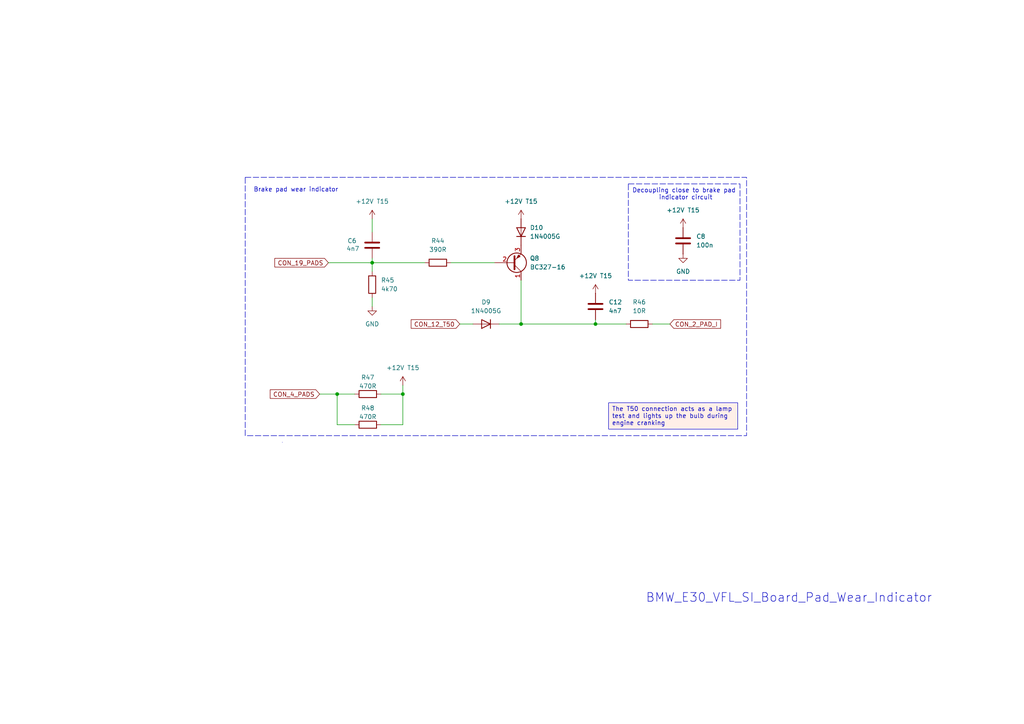
<source format=kicad_sch>
(kicad_sch
	(version 20231120)
	(generator "eeschema")
	(generator_version "8.0")
	(uuid "0aca1cae-b25b-41c5-8f81-283bd5f53ebf")
	(paper "A4")
	(title_block
		(title "BMW E30 Pre-Facelift SI Board")
		(date "2024-06-15")
		(rev "2")
	)
	(lib_symbols
		(symbol "Device:C"
			(pin_numbers hide)
			(pin_names
				(offset 0.254)
			)
			(exclude_from_sim no)
			(in_bom yes)
			(on_board yes)
			(property "Reference" "C"
				(at 0.635 2.54 0)
				(effects
					(font
						(size 1.27 1.27)
					)
					(justify left)
				)
			)
			(property "Value" "C"
				(at 0.635 -2.54 0)
				(effects
					(font
						(size 1.27 1.27)
					)
					(justify left)
				)
			)
			(property "Footprint" ""
				(at 0.9652 -3.81 0)
				(effects
					(font
						(size 1.27 1.27)
					)
					(hide yes)
				)
			)
			(property "Datasheet" "~"
				(at 0 0 0)
				(effects
					(font
						(size 1.27 1.27)
					)
					(hide yes)
				)
			)
			(property "Description" "Unpolarized capacitor"
				(at 0 0 0)
				(effects
					(font
						(size 1.27 1.27)
					)
					(hide yes)
				)
			)
			(property "ki_keywords" "cap capacitor"
				(at 0 0 0)
				(effects
					(font
						(size 1.27 1.27)
					)
					(hide yes)
				)
			)
			(property "ki_fp_filters" "C_*"
				(at 0 0 0)
				(effects
					(font
						(size 1.27 1.27)
					)
					(hide yes)
				)
			)
			(symbol "C_0_1"
				(polyline
					(pts
						(xy -2.032 -0.762) (xy 2.032 -0.762)
					)
					(stroke
						(width 0.508)
						(type default)
					)
					(fill
						(type none)
					)
				)
				(polyline
					(pts
						(xy -2.032 0.762) (xy 2.032 0.762)
					)
					(stroke
						(width 0.508)
						(type default)
					)
					(fill
						(type none)
					)
				)
			)
			(symbol "C_1_1"
				(pin passive line
					(at 0 3.81 270)
					(length 2.794)
					(name "~"
						(effects
							(font
								(size 1.27 1.27)
							)
						)
					)
					(number "1"
						(effects
							(font
								(size 1.27 1.27)
							)
						)
					)
				)
				(pin passive line
					(at 0 -3.81 90)
					(length 2.794)
					(name "~"
						(effects
							(font
								(size 1.27 1.27)
							)
						)
					)
					(number "2"
						(effects
							(font
								(size 1.27 1.27)
							)
						)
					)
				)
			)
		)
		(symbol "Device:R"
			(pin_numbers hide)
			(pin_names
				(offset 0)
			)
			(exclude_from_sim no)
			(in_bom yes)
			(on_board yes)
			(property "Reference" "R"
				(at 2.032 0 90)
				(effects
					(font
						(size 1.27 1.27)
					)
				)
			)
			(property "Value" "R"
				(at 0 0 90)
				(effects
					(font
						(size 1.27 1.27)
					)
				)
			)
			(property "Footprint" ""
				(at -1.778 0 90)
				(effects
					(font
						(size 1.27 1.27)
					)
					(hide yes)
				)
			)
			(property "Datasheet" "~"
				(at 0 0 0)
				(effects
					(font
						(size 1.27 1.27)
					)
					(hide yes)
				)
			)
			(property "Description" "Resistor"
				(at 0 0 0)
				(effects
					(font
						(size 1.27 1.27)
					)
					(hide yes)
				)
			)
			(property "ki_keywords" "R res resistor"
				(at 0 0 0)
				(effects
					(font
						(size 1.27 1.27)
					)
					(hide yes)
				)
			)
			(property "ki_fp_filters" "R_*"
				(at 0 0 0)
				(effects
					(font
						(size 1.27 1.27)
					)
					(hide yes)
				)
			)
			(symbol "R_0_1"
				(rectangle
					(start -1.016 -2.54)
					(end 1.016 2.54)
					(stroke
						(width 0.254)
						(type default)
					)
					(fill
						(type none)
					)
				)
			)
			(symbol "R_1_1"
				(pin passive line
					(at 0 3.81 270)
					(length 1.27)
					(name "~"
						(effects
							(font
								(size 1.27 1.27)
							)
						)
					)
					(number "1"
						(effects
							(font
								(size 1.27 1.27)
							)
						)
					)
				)
				(pin passive line
					(at 0 -3.81 90)
					(length 1.27)
					(name "~"
						(effects
							(font
								(size 1.27 1.27)
							)
						)
					)
					(number "2"
						(effects
							(font
								(size 1.27 1.27)
							)
						)
					)
				)
			)
		)
		(symbol "Diode:1N4005"
			(pin_numbers hide)
			(pin_names hide)
			(exclude_from_sim no)
			(in_bom yes)
			(on_board yes)
			(property "Reference" "D"
				(at 0 2.54 0)
				(effects
					(font
						(size 1.27 1.27)
					)
				)
			)
			(property "Value" "1N4005"
				(at 0 -2.54 0)
				(effects
					(font
						(size 1.27 1.27)
					)
				)
			)
			(property "Footprint" "Diode_THT:D_DO-41_SOD81_P10.16mm_Horizontal"
				(at 0 -4.445 0)
				(effects
					(font
						(size 1.27 1.27)
					)
					(hide yes)
				)
			)
			(property "Datasheet" "http://www.vishay.com/docs/88503/1n4001.pdf"
				(at 0 0 0)
				(effects
					(font
						(size 1.27 1.27)
					)
					(hide yes)
				)
			)
			(property "Description" "600V 1A General Purpose Rectifier Diode, DO-41"
				(at 0 0 0)
				(effects
					(font
						(size 1.27 1.27)
					)
					(hide yes)
				)
			)
			(property "Sim.Device" "D"
				(at 0 0 0)
				(effects
					(font
						(size 1.27 1.27)
					)
					(hide yes)
				)
			)
			(property "Sim.Pins" "1=K 2=A"
				(at 0 0 0)
				(effects
					(font
						(size 1.27 1.27)
					)
					(hide yes)
				)
			)
			(property "ki_keywords" "diode"
				(at 0 0 0)
				(effects
					(font
						(size 1.27 1.27)
					)
					(hide yes)
				)
			)
			(property "ki_fp_filters" "D*DO?41*"
				(at 0 0 0)
				(effects
					(font
						(size 1.27 1.27)
					)
					(hide yes)
				)
			)
			(symbol "1N4005_0_1"
				(polyline
					(pts
						(xy -1.27 1.27) (xy -1.27 -1.27)
					)
					(stroke
						(width 0.254)
						(type default)
					)
					(fill
						(type none)
					)
				)
				(polyline
					(pts
						(xy 1.27 0) (xy -1.27 0)
					)
					(stroke
						(width 0)
						(type default)
					)
					(fill
						(type none)
					)
				)
				(polyline
					(pts
						(xy 1.27 1.27) (xy 1.27 -1.27) (xy -1.27 0) (xy 1.27 1.27)
					)
					(stroke
						(width 0.254)
						(type default)
					)
					(fill
						(type none)
					)
				)
			)
			(symbol "1N4005_1_1"
				(pin passive line
					(at -3.81 0 0)
					(length 2.54)
					(name "K"
						(effects
							(font
								(size 1.27 1.27)
							)
						)
					)
					(number "1"
						(effects
							(font
								(size 1.27 1.27)
							)
						)
					)
				)
				(pin passive line
					(at 3.81 0 180)
					(length 2.54)
					(name "A"
						(effects
							(font
								(size 1.27 1.27)
							)
						)
					)
					(number "2"
						(effects
							(font
								(size 1.27 1.27)
							)
						)
					)
				)
			)
		)
		(symbol "Transistor_BJT:BC327"
			(pin_names
				(offset 0) hide)
			(exclude_from_sim no)
			(in_bom yes)
			(on_board yes)
			(property "Reference" "Q"
				(at 5.08 1.905 0)
				(effects
					(font
						(size 1.27 1.27)
					)
					(justify left)
				)
			)
			(property "Value" "BC327"
				(at 5.08 0 0)
				(effects
					(font
						(size 1.27 1.27)
					)
					(justify left)
				)
			)
			(property "Footprint" "Package_TO_SOT_THT:TO-92_Inline"
				(at 5.08 -1.905 0)
				(effects
					(font
						(size 1.27 1.27)
						(italic yes)
					)
					(justify left)
					(hide yes)
				)
			)
			(property "Datasheet" "http://www.onsemi.com/pub_link/Collateral/BC327-D.PDF"
				(at 0 0 0)
				(effects
					(font
						(size 1.27 1.27)
					)
					(justify left)
					(hide yes)
				)
			)
			(property "Description" "0.8A Ic, 45V Vce, PNP Transistor, TO-92"
				(at 0 0 0)
				(effects
					(font
						(size 1.27 1.27)
					)
					(hide yes)
				)
			)
			(property "ki_keywords" "PNP Transistor"
				(at 0 0 0)
				(effects
					(font
						(size 1.27 1.27)
					)
					(hide yes)
				)
			)
			(property "ki_fp_filters" "TO?92*"
				(at 0 0 0)
				(effects
					(font
						(size 1.27 1.27)
					)
					(hide yes)
				)
			)
			(symbol "BC327_0_1"
				(polyline
					(pts
						(xy 0.635 0.635) (xy 2.54 2.54)
					)
					(stroke
						(width 0)
						(type default)
					)
					(fill
						(type none)
					)
				)
				(polyline
					(pts
						(xy 0.635 -0.635) (xy 2.54 -2.54) (xy 2.54 -2.54)
					)
					(stroke
						(width 0)
						(type default)
					)
					(fill
						(type none)
					)
				)
				(polyline
					(pts
						(xy 0.635 1.905) (xy 0.635 -1.905) (xy 0.635 -1.905)
					)
					(stroke
						(width 0.508)
						(type default)
					)
					(fill
						(type none)
					)
				)
				(polyline
					(pts
						(xy 2.286 -1.778) (xy 1.778 -2.286) (xy 1.27 -1.27) (xy 2.286 -1.778) (xy 2.286 -1.778)
					)
					(stroke
						(width 0)
						(type default)
					)
					(fill
						(type outline)
					)
				)
				(circle
					(center 1.27 0)
					(radius 2.8194)
					(stroke
						(width 0.254)
						(type default)
					)
					(fill
						(type none)
					)
				)
			)
			(symbol "BC327_1_1"
				(pin passive line
					(at 2.54 5.08 270)
					(length 2.54)
					(name "C"
						(effects
							(font
								(size 1.27 1.27)
							)
						)
					)
					(number "1"
						(effects
							(font
								(size 1.27 1.27)
							)
						)
					)
				)
				(pin input line
					(at -5.08 0 0)
					(length 5.715)
					(name "B"
						(effects
							(font
								(size 1.27 1.27)
							)
						)
					)
					(number "2"
						(effects
							(font
								(size 1.27 1.27)
							)
						)
					)
				)
				(pin passive line
					(at 2.54 -5.08 90)
					(length 2.54)
					(name "E"
						(effects
							(font
								(size 1.27 1.27)
							)
						)
					)
					(number "3"
						(effects
							(font
								(size 1.27 1.27)
							)
						)
					)
				)
			)
		)
		(symbol "power:+12V"
			(power)
			(pin_numbers hide)
			(pin_names
				(offset 0) hide)
			(exclude_from_sim no)
			(in_bom yes)
			(on_board yes)
			(property "Reference" "#PWR"
				(at 0 -3.81 0)
				(effects
					(font
						(size 1.27 1.27)
					)
					(hide yes)
				)
			)
			(property "Value" "+12V"
				(at 0 3.556 0)
				(effects
					(font
						(size 1.27 1.27)
					)
				)
			)
			(property "Footprint" ""
				(at 0 0 0)
				(effects
					(font
						(size 1.27 1.27)
					)
					(hide yes)
				)
			)
			(property "Datasheet" ""
				(at 0 0 0)
				(effects
					(font
						(size 1.27 1.27)
					)
					(hide yes)
				)
			)
			(property "Description" "Power symbol creates a global label with name \"+12V\""
				(at 0 0 0)
				(effects
					(font
						(size 1.27 1.27)
					)
					(hide yes)
				)
			)
			(property "ki_keywords" "global power"
				(at 0 0 0)
				(effects
					(font
						(size 1.27 1.27)
					)
					(hide yes)
				)
			)
			(symbol "+12V_0_1"
				(polyline
					(pts
						(xy -0.762 1.27) (xy 0 2.54)
					)
					(stroke
						(width 0)
						(type default)
					)
					(fill
						(type none)
					)
				)
				(polyline
					(pts
						(xy 0 0) (xy 0 2.54)
					)
					(stroke
						(width 0)
						(type default)
					)
					(fill
						(type none)
					)
				)
				(polyline
					(pts
						(xy 0 2.54) (xy 0.762 1.27)
					)
					(stroke
						(width 0)
						(type default)
					)
					(fill
						(type none)
					)
				)
			)
			(symbol "+12V_1_1"
				(pin power_in line
					(at 0 0 90)
					(length 0)
					(name "~"
						(effects
							(font
								(size 1.27 1.27)
							)
						)
					)
					(number "1"
						(effects
							(font
								(size 1.27 1.27)
							)
						)
					)
				)
			)
		)
		(symbol "power:GND"
			(power)
			(pin_numbers hide)
			(pin_names
				(offset 0) hide)
			(exclude_from_sim no)
			(in_bom yes)
			(on_board yes)
			(property "Reference" "#PWR"
				(at 0 -6.35 0)
				(effects
					(font
						(size 1.27 1.27)
					)
					(hide yes)
				)
			)
			(property "Value" "GND"
				(at 0 -3.81 0)
				(effects
					(font
						(size 1.27 1.27)
					)
				)
			)
			(property "Footprint" ""
				(at 0 0 0)
				(effects
					(font
						(size 1.27 1.27)
					)
					(hide yes)
				)
			)
			(property "Datasheet" ""
				(at 0 0 0)
				(effects
					(font
						(size 1.27 1.27)
					)
					(hide yes)
				)
			)
			(property "Description" "Power symbol creates a global label with name \"GND\" , ground"
				(at 0 0 0)
				(effects
					(font
						(size 1.27 1.27)
					)
					(hide yes)
				)
			)
			(property "ki_keywords" "global power"
				(at 0 0 0)
				(effects
					(font
						(size 1.27 1.27)
					)
					(hide yes)
				)
			)
			(symbol "GND_0_1"
				(polyline
					(pts
						(xy 0 0) (xy 0 -1.27) (xy 1.27 -1.27) (xy 0 -2.54) (xy -1.27 -1.27) (xy 0 -1.27)
					)
					(stroke
						(width 0)
						(type default)
					)
					(fill
						(type none)
					)
				)
			)
			(symbol "GND_1_1"
				(pin power_in line
					(at 0 0 270)
					(length 0)
					(name "~"
						(effects
							(font
								(size 1.27 1.27)
							)
						)
					)
					(number "1"
						(effects
							(font
								(size 1.27 1.27)
							)
						)
					)
				)
			)
		)
	)
	(junction
		(at 151.13 93.98)
		(diameter 0)
		(color 0 0 0 0)
		(uuid "026eeb42-80f3-4c8c-9730-ac527f1b8d34")
	)
	(junction
		(at 97.79 114.3)
		(diameter 0)
		(color 0 0 0 0)
		(uuid "151acea0-a351-4986-890b-7fa28b9a6a60")
	)
	(junction
		(at 107.95 76.2)
		(diameter 0)
		(color 0 0 0 0)
		(uuid "2d25110b-4997-4837-82f7-6ea1a8071e2d")
	)
	(junction
		(at 172.72 93.98)
		(diameter 0)
		(color 0 0 0 0)
		(uuid "557b9f14-02af-4917-b4d4-1cf3ead75008")
	)
	(junction
		(at 116.84 114.3)
		(diameter 0)
		(color 0 0 0 0)
		(uuid "e4276765-9f87-44f3-922a-277f9a32ad6e")
	)
	(wire
		(pts
			(xy 172.72 93.98) (xy 181.61 93.98)
		)
		(stroke
			(width 0)
			(type default)
		)
		(uuid "01ed73d1-29d4-4581-a7b9-fc7011e75099")
	)
	(wire
		(pts
			(xy 110.49 123.19) (xy 116.84 123.19)
		)
		(stroke
			(width 0)
			(type default)
		)
		(uuid "05a39c9c-2811-462a-a379-7fd0415ef58a")
	)
	(wire
		(pts
			(xy 189.23 93.98) (xy 194.31 93.98)
		)
		(stroke
			(width 0)
			(type default)
		)
		(uuid "063d60af-f902-4b64-af16-42999728cf48")
	)
	(wire
		(pts
			(xy 107.95 76.2) (xy 107.95 74.93)
		)
		(stroke
			(width 0)
			(type default)
		)
		(uuid "06db17ea-3b4a-46e0-9bc2-85e82c546d30")
	)
	(wire
		(pts
			(xy 95.25 76.2) (xy 107.95 76.2)
		)
		(stroke
			(width 0)
			(type default)
		)
		(uuid "20255e2c-32d7-45c6-bd50-ddf174db36fe")
	)
	(wire
		(pts
			(xy 97.79 114.3) (xy 102.87 114.3)
		)
		(stroke
			(width 0)
			(type default)
		)
		(uuid "22ef74d4-8a64-446e-9d02-75972a02382e")
	)
	(wire
		(pts
			(xy 116.84 114.3) (xy 116.84 111.76)
		)
		(stroke
			(width 0)
			(type default)
		)
		(uuid "26c797d2-0ddc-49cf-b36f-d0625853559e")
	)
	(wire
		(pts
			(xy 107.95 76.2) (xy 123.19 76.2)
		)
		(stroke
			(width 0)
			(type default)
		)
		(uuid "2ef5669f-4a9f-46b8-bdc0-cb33b2b9d659")
	)
	(wire
		(pts
			(xy 151.13 81.28) (xy 151.13 93.98)
		)
		(stroke
			(width 0)
			(type default)
		)
		(uuid "3f5f9274-f774-41c4-a6ba-0c6060e6d7ea")
	)
	(wire
		(pts
			(xy 97.79 114.3) (xy 97.79 123.19)
		)
		(stroke
			(width 0)
			(type default)
		)
		(uuid "493f4482-245e-480a-856f-7de926aefd77")
	)
	(wire
		(pts
			(xy 116.84 123.19) (xy 116.84 114.3)
		)
		(stroke
			(width 0)
			(type default)
		)
		(uuid "5046f822-76ec-43a2-825d-377359df51f6")
	)
	(wire
		(pts
			(xy 144.78 93.98) (xy 151.13 93.98)
		)
		(stroke
			(width 0)
			(type default)
		)
		(uuid "63d5ef55-5979-4791-a344-a3deec7e1d68")
	)
	(wire
		(pts
			(xy 107.95 76.2) (xy 107.95 78.74)
		)
		(stroke
			(width 0)
			(type default)
		)
		(uuid "7051c20a-6a57-4585-9085-b79d60e9d903")
	)
	(wire
		(pts
			(xy 110.49 114.3) (xy 116.84 114.3)
		)
		(stroke
			(width 0)
			(type default)
		)
		(uuid "71d1c85e-a006-46eb-acb5-9e52027c2923")
	)
	(wire
		(pts
			(xy 97.79 114.3) (xy 92.71 114.3)
		)
		(stroke
			(width 0)
			(type default)
		)
		(uuid "85afff52-6bc8-46ba-917d-d0aea6c324b3")
	)
	(wire
		(pts
			(xy 151.13 93.98) (xy 172.72 93.98)
		)
		(stroke
			(width 0)
			(type default)
		)
		(uuid "949735f6-ba20-4006-ad7d-cd0f2f7cb504")
	)
	(wire
		(pts
			(xy 172.72 92.71) (xy 172.72 93.98)
		)
		(stroke
			(width 0)
			(type default)
		)
		(uuid "9fef201f-aace-4f5a-9839-c9bc710fb41f")
	)
	(wire
		(pts
			(xy 107.95 67.31) (xy 107.95 63.5)
		)
		(stroke
			(width 0)
			(type default)
		)
		(uuid "a0cdb047-f3e0-408c-83eb-1b9c9dcad87a")
	)
	(wire
		(pts
			(xy 130.81 76.2) (xy 143.51 76.2)
		)
		(stroke
			(width 0)
			(type default)
		)
		(uuid "ad9013bb-b32e-4437-af0b-80689694d384")
	)
	(wire
		(pts
			(xy 133.35 93.98) (xy 137.16 93.98)
		)
		(stroke
			(width 0)
			(type default)
		)
		(uuid "cc5d3a57-4dc3-4b3e-8739-ba447c880104")
	)
	(wire
		(pts
			(xy 107.95 86.36) (xy 107.95 88.9)
		)
		(stroke
			(width 0)
			(type default)
		)
		(uuid "cf9b7a64-0530-45cf-983f-940f0ca87793")
	)
	(wire
		(pts
			(xy 97.79 123.19) (xy 102.87 123.19)
		)
		(stroke
			(width 0)
			(type default)
		)
		(uuid "dcbabc6c-dc00-4822-98f2-4c36df13a951")
	)
	(rectangle
		(start 182.245 53.34)
		(end 214.63 81.28)
		(stroke
			(width 0)
			(type dash)
		)
		(fill
			(type none)
		)
		(uuid 31a30267-b363-4883-9154-a383f7ac663f)
	)
	(rectangle
		(start 81.915 128.27)
		(end 81.915 128.27)
		(stroke
			(width 0)
			(type default)
		)
		(fill
			(type none)
		)
		(uuid 5682fd66-a99c-4020-9356-c58ab2f9f7be)
	)
	(rectangle
		(start 71.12 51.435)
		(end 216.535 126.365)
		(stroke
			(width 0)
			(type dash)
		)
		(fill
			(type none)
		)
		(uuid 817e03ac-7b21-446f-a89e-8e88791bf662)
	)
	(text_box "The T50 connection acts as a lamp test and lights up the bulb during engine cranking"
		(exclude_from_sim no)
		(at 176.53 116.84 0)
		(size 37.465 7.62)
		(stroke
			(width 0)
			(type default)
		)
		(fill
			(type color)
			(color 255 239 232 1)
		)
		(effects
			(font
				(size 1.27 1.27)
			)
			(justify left top)
		)
		(uuid "de69d039-4967-44ee-944f-bc85916e0f76")
	)
	(text "BMW_E30_VFL_SI_Board_Pad_Wear_Indicator"
		(exclude_from_sim no)
		(at 228.854 173.482 0)
		(effects
			(font
				(size 2.54 2.54)
			)
		)
		(uuid "4adc95d5-1554-42c1-b2e7-549b0b467232")
	)
	(text "Brake pad wear indicator"
		(exclude_from_sim no)
		(at 85.852 55.118 0)
		(effects
			(font
				(size 1.27 1.27)
			)
		)
		(uuid "9060bdef-6818-48ba-a7e4-932b4c64f64e")
	)
	(text "Decoupling close to brake pad \nindicator circuit"
		(exclude_from_sim no)
		(at 198.882 56.388 0)
		(effects
			(font
				(size 1.27 1.27)
			)
		)
		(uuid "a64a4091-36a2-4ac9-a836-bc4c1b2d37d4")
	)
	(global_label "CON_2_PAD_I"
		(shape input)
		(at 194.31 93.98 0)
		(fields_autoplaced yes)
		(effects
			(font
				(size 1.27 1.27)
			)
			(justify left)
		)
		(uuid "02740e25-da00-4f6a-9d60-eaefa2a9bff3")
		(property "Intersheetrefs" "${INTERSHEET_REFS}"
			(at 209.5719 93.98 0)
			(effects
				(font
					(size 1.27 1.27)
				)
				(justify left)
				(hide yes)
			)
		)
	)
	(global_label "CON_4_PADS"
		(shape input)
		(at 92.71 114.3 180)
		(fields_autoplaced yes)
		(effects
			(font
				(size 1.27 1.27)
			)
			(justify right)
		)
		(uuid "a681f6b8-4f60-4f3c-8aff-d82be0391a4c")
		(property "Intersheetrefs" "${INTERSHEET_REFS}"
			(at 77.811 114.3 0)
			(effects
				(font
					(size 1.27 1.27)
				)
				(justify right)
				(hide yes)
			)
		)
	)
	(global_label "CON_12_T50"
		(shape input)
		(at 133.35 93.98 180)
		(fields_autoplaced yes)
		(effects
			(font
				(size 1.27 1.27)
			)
			(justify right)
		)
		(uuid "d84e3cb8-9861-4d8a-bdac-a6c8faa6c06e")
		(property "Intersheetrefs" "${INTERSHEET_REFS}"
			(at 118.693 93.98 0)
			(effects
				(font
					(size 1.27 1.27)
				)
				(justify right)
				(hide yes)
			)
		)
	)
	(global_label "CON_19_PADS"
		(shape input)
		(at 95.25 76.2 180)
		(fields_autoplaced yes)
		(effects
			(font
				(size 1.27 1.27)
			)
			(justify right)
		)
		(uuid "d8d4e3f2-c403-4f1a-a162-fabe57c38ab7")
		(property "Intersheetrefs" "${INTERSHEET_REFS}"
			(at 79.1415 76.2 0)
			(effects
				(font
					(size 1.27 1.27)
				)
				(justify right)
				(hide yes)
			)
		)
	)
	(symbol
		(lib_id "power:+12V")
		(at 116.84 111.76 0)
		(unit 1)
		(exclude_from_sim no)
		(in_bom yes)
		(on_board yes)
		(dnp no)
		(fields_autoplaced yes)
		(uuid "0849b647-c4cb-40eb-af57-23633d876e25")
		(property "Reference" "#PWR036"
			(at 116.84 115.57 0)
			(effects
				(font
					(size 1.27 1.27)
				)
				(hide yes)
			)
		)
		(property "Value" "+12V T15"
			(at 116.84 106.68 0)
			(effects
				(font
					(size 1.27 1.27)
				)
			)
		)
		(property "Footprint" ""
			(at 116.84 111.76 0)
			(effects
				(font
					(size 1.27 1.27)
				)
				(hide yes)
			)
		)
		(property "Datasheet" ""
			(at 116.84 111.76 0)
			(effects
				(font
					(size 1.27 1.27)
				)
				(hide yes)
			)
		)
		(property "Description" "Power symbol creates a global label with name \"+12V\""
			(at 116.84 111.76 0)
			(effects
				(font
					(size 1.27 1.27)
				)
				(hide yes)
			)
		)
		(pin "1"
			(uuid "fea53f85-cd1e-4356-a1a1-7140ee5e7593")
		)
		(instances
			(project "BMW E30 VFL SI Board V3"
				(path "/b9f8b657-f23f-4f46-b33b-c9c07ea00dca/06cb897c-0efb-438a-95e3-30e073586624"
					(reference "#PWR036")
					(unit 1)
				)
			)
		)
	)
	(symbol
		(lib_id "power:+12V")
		(at 198.12 66.04 0)
		(unit 1)
		(exclude_from_sim no)
		(in_bom yes)
		(on_board yes)
		(dnp no)
		(fields_autoplaced yes)
		(uuid "20c7fd1b-05cf-491b-ae20-2a0310540594")
		(property "Reference" "#PWR040"
			(at 198.12 69.85 0)
			(effects
				(font
					(size 1.27 1.27)
				)
				(hide yes)
			)
		)
		(property "Value" "+12V T15"
			(at 198.12 60.96 0)
			(effects
				(font
					(size 1.27 1.27)
				)
			)
		)
		(property "Footprint" ""
			(at 198.12 66.04 0)
			(effects
				(font
					(size 1.27 1.27)
				)
				(hide yes)
			)
		)
		(property "Datasheet" ""
			(at 198.12 66.04 0)
			(effects
				(font
					(size 1.27 1.27)
				)
				(hide yes)
			)
		)
		(property "Description" "Power symbol creates a global label with name \"+12V\""
			(at 198.12 66.04 0)
			(effects
				(font
					(size 1.27 1.27)
				)
				(hide yes)
			)
		)
		(pin "1"
			(uuid "ea8a9fba-beea-4319-91ec-cf2b71711c76")
		)
		(instances
			(project "BMW E30 VFL SI Board V3"
				(path "/b9f8b657-f23f-4f46-b33b-c9c07ea00dca/06cb897c-0efb-438a-95e3-30e073586624"
					(reference "#PWR040")
					(unit 1)
				)
			)
		)
	)
	(symbol
		(lib_id "power:+12V")
		(at 172.72 85.09 0)
		(unit 1)
		(exclude_from_sim no)
		(in_bom yes)
		(on_board yes)
		(dnp no)
		(fields_autoplaced yes)
		(uuid "26c4b366-3cbd-4006-bb60-7b3d16bb9080")
		(property "Reference" "#PWR039"
			(at 172.72 88.9 0)
			(effects
				(font
					(size 1.27 1.27)
				)
				(hide yes)
			)
		)
		(property "Value" "+12V T15"
			(at 172.72 80.01 0)
			(effects
				(font
					(size 1.27 1.27)
				)
			)
		)
		(property "Footprint" ""
			(at 172.72 85.09 0)
			(effects
				(font
					(size 1.27 1.27)
				)
				(hide yes)
			)
		)
		(property "Datasheet" ""
			(at 172.72 85.09 0)
			(effects
				(font
					(size 1.27 1.27)
				)
				(hide yes)
			)
		)
		(property "Description" "Power symbol creates a global label with name \"+12V\""
			(at 172.72 85.09 0)
			(effects
				(font
					(size 1.27 1.27)
				)
				(hide yes)
			)
		)
		(pin "1"
			(uuid "bd82e072-a4e0-4d10-a99b-9015a986383a")
		)
		(instances
			(project "BMW E30 VFL SI Board V3"
				(path "/b9f8b657-f23f-4f46-b33b-c9c07ea00dca/06cb897c-0efb-438a-95e3-30e073586624"
					(reference "#PWR039")
					(unit 1)
				)
			)
		)
	)
	(symbol
		(lib_id "power:GND")
		(at 107.95 88.9 0)
		(unit 1)
		(exclude_from_sim no)
		(in_bom yes)
		(on_board yes)
		(dnp no)
		(fields_autoplaced yes)
		(uuid "2c4eeafb-3a9d-491e-9e0f-30036086737d")
		(property "Reference" "#PWR013"
			(at 107.95 95.25 0)
			(effects
				(font
					(size 1.27 1.27)
				)
				(hide yes)
			)
		)
		(property "Value" "GND"
			(at 107.95 93.98 0)
			(effects
				(font
					(size 1.27 1.27)
				)
			)
		)
		(property "Footprint" ""
			(at 107.95 88.9 0)
			(effects
				(font
					(size 1.27 1.27)
				)
				(hide yes)
			)
		)
		(property "Datasheet" ""
			(at 107.95 88.9 0)
			(effects
				(font
					(size 1.27 1.27)
				)
				(hide yes)
			)
		)
		(property "Description" "Power symbol creates a global label with name \"GND\" , ground"
			(at 107.95 88.9 0)
			(effects
				(font
					(size 1.27 1.27)
				)
				(hide yes)
			)
		)
		(pin "1"
			(uuid "e6aef076-0569-4c63-ba3d-2ce58c719de8")
		)
		(instances
			(project "BMW E30 VFL SI Board V3"
				(path "/b9f8b657-f23f-4f46-b33b-c9c07ea00dca/06cb897c-0efb-438a-95e3-30e073586624"
					(reference "#PWR013")
					(unit 1)
				)
			)
		)
	)
	(symbol
		(lib_id "Device:R")
		(at 185.42 93.98 270)
		(unit 1)
		(exclude_from_sim no)
		(in_bom yes)
		(on_board yes)
		(dnp no)
		(fields_autoplaced yes)
		(uuid "43a58189-1e43-4520-8cae-2f63cea7fa83")
		(property "Reference" "R46"
			(at 185.42 87.63 90)
			(effects
				(font
					(size 1.27 1.27)
				)
			)
		)
		(property "Value" "10R"
			(at 185.42 90.17 90)
			(effects
				(font
					(size 1.27 1.27)
				)
			)
		)
		(property "Footprint" "Footprint_Library_Custom:R_Axial_DIN0207_L6.3mm_D2.5mm_P10.16mm_Horizontal"
			(at 185.42 92.202 90)
			(effects
				(font
					(size 1.27 1.27)
				)
				(hide yes)
			)
		)
		(property "Datasheet" "~"
			(at 185.42 93.98 0)
			(effects
				(font
					(size 1.27 1.27)
				)
				(hide yes)
			)
		)
		(property "Description" "Resistor"
			(at 185.42 93.98 0)
			(effects
				(font
					(size 1.27 1.27)
				)
				(hide yes)
			)
		)
		(pin "2"
			(uuid "8dff99f5-516d-4717-b1a7-e59fea4e029b")
		)
		(pin "1"
			(uuid "2c2b7ee9-1078-4158-b3f8-207c248fae30")
		)
		(instances
			(project "BMW E30 VFL SI Board V3"
				(path "/b9f8b657-f23f-4f46-b33b-c9c07ea00dca/06cb897c-0efb-438a-95e3-30e073586624"
					(reference "R46")
					(unit 1)
				)
			)
		)
	)
	(symbol
		(lib_id "Device:R")
		(at 106.68 123.19 90)
		(unit 1)
		(exclude_from_sim no)
		(in_bom yes)
		(on_board yes)
		(dnp no)
		(uuid "67e15556-a7f8-433a-88f1-0e2ab3e30df3")
		(property "Reference" "R48"
			(at 106.68 118.364 90)
			(effects
				(font
					(size 1.27 1.27)
				)
			)
		)
		(property "Value" "470R"
			(at 106.68 120.904 90)
			(effects
				(font
					(size 1.27 1.27)
				)
			)
		)
		(property "Footprint" "Footprint_Library_Custom:R_Axial_DIN0309_L9.0mm_D3.2mm_P15.24mm_Horizontal"
			(at 106.68 124.968 90)
			(effects
				(font
					(size 1.27 1.27)
				)
				(hide yes)
			)
		)
		(property "Datasheet" "~"
			(at 106.68 123.19 0)
			(effects
				(font
					(size 1.27 1.27)
				)
				(hide yes)
			)
		)
		(property "Description" "Resistor"
			(at 106.68 123.19 0)
			(effects
				(font
					(size 1.27 1.27)
				)
				(hide yes)
			)
		)
		(pin "2"
			(uuid "cdf1089a-1302-4654-a8f9-67dd30027b2e")
		)
		(pin "1"
			(uuid "551156e4-75c1-45c2-8a68-73fbac547df5")
		)
		(instances
			(project "BMW E30 VFL SI Board V3"
				(path "/b9f8b657-f23f-4f46-b33b-c9c07ea00dca/06cb897c-0efb-438a-95e3-30e073586624"
					(reference "R48")
					(unit 1)
				)
			)
		)
	)
	(symbol
		(lib_id "Device:R")
		(at 127 76.2 270)
		(unit 1)
		(exclude_from_sim no)
		(in_bom yes)
		(on_board yes)
		(dnp no)
		(fields_autoplaced yes)
		(uuid "72d2ff4d-9cab-4bc9-ab9a-27a3298a982a")
		(property "Reference" "R44"
			(at 127 69.85 90)
			(effects
				(font
					(size 1.27 1.27)
				)
			)
		)
		(property "Value" "390R"
			(at 127 72.39 90)
			(effects
				(font
					(size 1.27 1.27)
				)
			)
		)
		(property "Footprint" "Footprint_Library_Custom:R_Axial_DIN0309_L9.0mm_D3.2mm_P15.24mm_Horizontal"
			(at 127 74.422 90)
			(effects
				(font
					(size 1.27 1.27)
				)
				(hide yes)
			)
		)
		(property "Datasheet" "~"
			(at 127 76.2 0)
			(effects
				(font
					(size 1.27 1.27)
				)
				(hide yes)
			)
		)
		(property "Description" "Resistor"
			(at 127 76.2 0)
			(effects
				(font
					(size 1.27 1.27)
				)
				(hide yes)
			)
		)
		(pin "2"
			(uuid "ebf7faca-924e-46f8-b53b-4f66e0f13e96")
		)
		(pin "1"
			(uuid "37a57ee6-70b6-419d-9f7b-e52e2dcf919b")
		)
		(instances
			(project "BMW E30 VFL SI Board V3"
				(path "/b9f8b657-f23f-4f46-b33b-c9c07ea00dca/06cb897c-0efb-438a-95e3-30e073586624"
					(reference "R44")
					(unit 1)
				)
			)
		)
	)
	(symbol
		(lib_id "power:+12V")
		(at 151.13 63.5 0)
		(unit 1)
		(exclude_from_sim no)
		(in_bom yes)
		(on_board yes)
		(dnp no)
		(fields_autoplaced yes)
		(uuid "76a95287-f563-422a-a853-91de62dc3916")
		(property "Reference" "#PWR038"
			(at 151.13 67.31 0)
			(effects
				(font
					(size 1.27 1.27)
				)
				(hide yes)
			)
		)
		(property "Value" "+12V T15"
			(at 151.13 58.42 0)
			(effects
				(font
					(size 1.27 1.27)
				)
			)
		)
		(property "Footprint" ""
			(at 151.13 63.5 0)
			(effects
				(font
					(size 1.27 1.27)
				)
				(hide yes)
			)
		)
		(property "Datasheet" ""
			(at 151.13 63.5 0)
			(effects
				(font
					(size 1.27 1.27)
				)
				(hide yes)
			)
		)
		(property "Description" "Power symbol creates a global label with name \"+12V\""
			(at 151.13 63.5 0)
			(effects
				(font
					(size 1.27 1.27)
				)
				(hide yes)
			)
		)
		(pin "1"
			(uuid "304fa1d9-7e6d-4b7e-a8dd-05f2e1a07fbc")
		)
		(instances
			(project "BMW E30 VFL SI Board V3"
				(path "/b9f8b657-f23f-4f46-b33b-c9c07ea00dca/06cb897c-0efb-438a-95e3-30e073586624"
					(reference "#PWR038")
					(unit 1)
				)
			)
		)
	)
	(symbol
		(lib_id "Device:R")
		(at 107.95 82.55 0)
		(unit 1)
		(exclude_from_sim no)
		(in_bom yes)
		(on_board yes)
		(dnp no)
		(fields_autoplaced yes)
		(uuid "8a52050b-286a-48eb-a004-ea1d9df032b0")
		(property "Reference" "R45"
			(at 110.49 81.2799 0)
			(effects
				(font
					(size 1.27 1.27)
				)
				(justify left)
			)
		)
		(property "Value" "4k70"
			(at 110.49 83.8199 0)
			(effects
				(font
					(size 1.27 1.27)
				)
				(justify left)
			)
		)
		(property "Footprint" "Footprint_Library_Custom:R_Axial_DIN0207_L6.3mm_D2.5mm_P10.16mm_Horizontal"
			(at 106.172 82.55 90)
			(effects
				(font
					(size 1.27 1.27)
				)
				(hide yes)
			)
		)
		(property "Datasheet" "~"
			(at 107.95 82.55 0)
			(effects
				(font
					(size 1.27 1.27)
				)
				(hide yes)
			)
		)
		(property "Description" "Resistor"
			(at 107.95 82.55 0)
			(effects
				(font
					(size 1.27 1.27)
				)
				(hide yes)
			)
		)
		(pin "2"
			(uuid "0da6ac04-31cb-46c4-ac98-52d04de4fd78")
		)
		(pin "1"
			(uuid "ed04ca6d-0ae9-4198-9a4e-103e8cdb8aaf")
		)
		(instances
			(project "BMW E30 VFL SI Board V3"
				(path "/b9f8b657-f23f-4f46-b33b-c9c07ea00dca/06cb897c-0efb-438a-95e3-30e073586624"
					(reference "R45")
					(unit 1)
				)
			)
		)
	)
	(symbol
		(lib_id "Device:C")
		(at 172.72 88.9 180)
		(unit 1)
		(exclude_from_sim no)
		(in_bom yes)
		(on_board yes)
		(dnp no)
		(fields_autoplaced yes)
		(uuid "9242b354-e570-45e2-a1b9-1d33f09ee139")
		(property "Reference" "C12"
			(at 176.53 87.6299 0)
			(effects
				(font
					(size 1.27 1.27)
				)
				(justify right)
			)
		)
		(property "Value" "4n7"
			(at 176.53 90.1699 0)
			(effects
				(font
					(size 1.27 1.27)
				)
				(justify right)
			)
		)
		(property "Footprint" "Capacitor_THT:C_Disc_D8.0mm_W2.5mm_P5.00mm"
			(at 171.7548 85.09 0)
			(effects
				(font
					(size 1.27 1.27)
				)
				(hide yes)
			)
		)
		(property "Datasheet" "~"
			(at 172.72 88.9 0)
			(effects
				(font
					(size 1.27 1.27)
				)
				(hide yes)
			)
		)
		(property "Description" "Unpolarized capacitor"
			(at 172.72 88.9 0)
			(effects
				(font
					(size 1.27 1.27)
				)
				(hide yes)
			)
		)
		(pin "2"
			(uuid "9b0c79a4-f980-45ae-9296-58ddf7e5edb0")
		)
		(pin "1"
			(uuid "1ffbb35f-c66d-4c69-9359-61b3318ad826")
		)
		(instances
			(project "BMW E30 VFL SI Board V3"
				(path "/b9f8b657-f23f-4f46-b33b-c9c07ea00dca/06cb897c-0efb-438a-95e3-30e073586624"
					(reference "C12")
					(unit 1)
				)
			)
		)
	)
	(symbol
		(lib_id "Device:R")
		(at 106.68 114.3 90)
		(unit 1)
		(exclude_from_sim no)
		(in_bom yes)
		(on_board yes)
		(dnp no)
		(uuid "988217eb-726c-457f-8175-3cba9eec3940")
		(property "Reference" "R47"
			(at 106.68 109.474 90)
			(effects
				(font
					(size 1.27 1.27)
				)
			)
		)
		(property "Value" "470R"
			(at 106.68 112.014 90)
			(effects
				(font
					(size 1.27 1.27)
				)
			)
		)
		(property "Footprint" "Footprint_Library_Custom:R_Axial_DIN0309_L9.0mm_D3.2mm_P15.24mm_Horizontal"
			(at 106.68 116.078 90)
			(effects
				(font
					(size 1.27 1.27)
				)
				(hide yes)
			)
		)
		(property "Datasheet" "~"
			(at 106.68 114.3 0)
			(effects
				(font
					(size 1.27 1.27)
				)
				(hide yes)
			)
		)
		(property "Description" "Resistor"
			(at 106.68 114.3 0)
			(effects
				(font
					(size 1.27 1.27)
				)
				(hide yes)
			)
		)
		(pin "2"
			(uuid "74262194-d740-495f-afd6-55ad504bb288")
		)
		(pin "1"
			(uuid "bbfc4a50-f733-43d8-92bf-ea838f6c33b7")
		)
		(instances
			(project "BMW E30 VFL SI Board V3"
				(path "/b9f8b657-f23f-4f46-b33b-c9c07ea00dca/06cb897c-0efb-438a-95e3-30e073586624"
					(reference "R47")
					(unit 1)
				)
			)
		)
	)
	(symbol
		(lib_id "Diode:1N4005")
		(at 140.97 93.98 180)
		(unit 1)
		(exclude_from_sim no)
		(in_bom yes)
		(on_board yes)
		(dnp no)
		(fields_autoplaced yes)
		(uuid "a3183fba-a65e-4889-ae46-86932cefbf7e")
		(property "Reference" "D9"
			(at 140.97 87.63 0)
			(effects
				(font
					(size 1.27 1.27)
				)
			)
		)
		(property "Value" "1N4005G"
			(at 140.97 90.17 0)
			(effects
				(font
					(size 1.27 1.27)
				)
			)
		)
		(property "Footprint" "Footprint_Library_Custom:D_DO-41_SOD81_P12.70mm_Horizontal"
			(at 140.97 89.535 0)
			(effects
				(font
					(size 1.27 1.27)
				)
				(hide yes)
			)
		)
		(property "Datasheet" "http://www.vishay.com/docs/88503/1n4001.pdf"
			(at 140.97 93.98 0)
			(effects
				(font
					(size 1.27 1.27)
				)
				(hide yes)
			)
		)
		(property "Description" "600V 1A General Purpose Rectifier Diode, DO-41"
			(at 140.97 93.98 0)
			(effects
				(font
					(size 1.27 1.27)
				)
				(hide yes)
			)
		)
		(property "Sim.Device" "D"
			(at 140.97 93.98 0)
			(effects
				(font
					(size 1.27 1.27)
				)
				(hide yes)
			)
		)
		(property "Sim.Pins" "1=K 2=A"
			(at 140.97 93.98 0)
			(effects
				(font
					(size 1.27 1.27)
				)
				(hide yes)
			)
		)
		(pin "2"
			(uuid "f48f0749-edee-46dd-8d80-2a15aecd04e4")
		)
		(pin "1"
			(uuid "53d8e1b6-f84e-449b-978f-b49418e129fa")
		)
		(instances
			(project "BMW E30 VFL SI Board V3"
				(path "/b9f8b657-f23f-4f46-b33b-c9c07ea00dca/06cb897c-0efb-438a-95e3-30e073586624"
					(reference "D9")
					(unit 1)
				)
			)
		)
	)
	(symbol
		(lib_id "Transistor_BJT:BC327")
		(at 148.59 76.2 0)
		(mirror x)
		(unit 1)
		(exclude_from_sim no)
		(in_bom yes)
		(on_board yes)
		(dnp no)
		(uuid "ae9df11b-b026-40b8-8862-3f7fd9bb7ffa")
		(property "Reference" "Q8"
			(at 153.67 74.9299 0)
			(effects
				(font
					(size 1.27 1.27)
				)
				(justify left)
			)
		)
		(property "Value" "BC327-16"
			(at 153.67 77.4699 0)
			(effects
				(font
					(size 1.27 1.27)
				)
				(justify left)
			)
		)
		(property "Footprint" "Package_TO_SOT_THT:TO-92_Inline_Wide"
			(at 153.67 74.295 0)
			(effects
				(font
					(size 1.27 1.27)
					(italic yes)
				)
				(justify left)
				(hide yes)
			)
		)
		(property "Datasheet" "http://www.onsemi.com/pub_link/Collateral/BC327-D.PDF"
			(at 148.59 76.2 0)
			(effects
				(font
					(size 1.27 1.27)
				)
				(justify left)
				(hide yes)
			)
		)
		(property "Description" "0.8A Ic, 45V Vce, PNP Transistor, TO-92"
			(at 148.59 76.2 0)
			(effects
				(font
					(size 1.27 1.27)
				)
				(hide yes)
			)
		)
		(pin "2"
			(uuid "be103a70-7ee3-47d3-ab38-1701733324b8")
		)
		(pin "3"
			(uuid "513748eb-1437-437f-bee4-169cde9eec7c")
		)
		(pin "1"
			(uuid "73d708c7-93ee-4ba7-8d63-ea5db3306282")
		)
		(instances
			(project "BMW E30 VFL SI Board V3"
				(path "/b9f8b657-f23f-4f46-b33b-c9c07ea00dca/06cb897c-0efb-438a-95e3-30e073586624"
					(reference "Q8")
					(unit 1)
				)
			)
		)
	)
	(symbol
		(lib_id "power:GND")
		(at 198.12 73.66 0)
		(unit 1)
		(exclude_from_sim no)
		(in_bom yes)
		(on_board yes)
		(dnp no)
		(fields_autoplaced yes)
		(uuid "b1d9c82b-2616-469a-a42a-4da5a12dcd8c")
		(property "Reference" "#PWR041"
			(at 198.12 80.01 0)
			(effects
				(font
					(size 1.27 1.27)
				)
				(hide yes)
			)
		)
		(property "Value" "GND"
			(at 198.12 78.74 0)
			(effects
				(font
					(size 1.27 1.27)
				)
			)
		)
		(property "Footprint" ""
			(at 198.12 73.66 0)
			(effects
				(font
					(size 1.27 1.27)
				)
				(hide yes)
			)
		)
		(property "Datasheet" ""
			(at 198.12 73.66 0)
			(effects
				(font
					(size 1.27 1.27)
				)
				(hide yes)
			)
		)
		(property "Description" "Power symbol creates a global label with name \"GND\" , ground"
			(at 198.12 73.66 0)
			(effects
				(font
					(size 1.27 1.27)
				)
				(hide yes)
			)
		)
		(pin "1"
			(uuid "60e56bb7-3f15-4b5a-a949-0b44d7f47da5")
		)
		(instances
			(project "BMW E30 VFL SI Board V3"
				(path "/b9f8b657-f23f-4f46-b33b-c9c07ea00dca/06cb897c-0efb-438a-95e3-30e073586624"
					(reference "#PWR041")
					(unit 1)
				)
			)
		)
	)
	(symbol
		(lib_id "Diode:1N4005")
		(at 151.13 67.31 90)
		(unit 1)
		(exclude_from_sim no)
		(in_bom yes)
		(on_board yes)
		(dnp no)
		(fields_autoplaced yes)
		(uuid "c6a0832b-b359-4843-b97e-ef36a1b021b0")
		(property "Reference" "D10"
			(at 153.67 66.0399 90)
			(effects
				(font
					(size 1.27 1.27)
				)
				(justify right)
			)
		)
		(property "Value" "1N4005G"
			(at 153.67 68.5799 90)
			(effects
				(font
					(size 1.27 1.27)
				)
				(justify right)
			)
		)
		(property "Footprint" "Footprint_Library_Custom:D_DO-41_SOD81_P12.70mm_Horizontal"
			(at 155.575 67.31 0)
			(effects
				(font
					(size 1.27 1.27)
				)
				(hide yes)
			)
		)
		(property "Datasheet" "http://www.vishay.com/docs/88503/1n4001.pdf"
			(at 151.13 67.31 0)
			(effects
				(font
					(size 1.27 1.27)
				)
				(hide yes)
			)
		)
		(property "Description" "600V 1A General Purpose Rectifier Diode, DO-41"
			(at 151.13 67.31 0)
			(effects
				(font
					(size 1.27 1.27)
				)
				(hide yes)
			)
		)
		(property "Sim.Device" "D"
			(at 151.13 67.31 0)
			(effects
				(font
					(size 1.27 1.27)
				)
				(hide yes)
			)
		)
		(property "Sim.Pins" "1=K 2=A"
			(at 151.13 67.31 0)
			(effects
				(font
					(size 1.27 1.27)
				)
				(hide yes)
			)
		)
		(pin "2"
			(uuid "6a16a736-feec-4378-a510-421c68f8384e")
		)
		(pin "1"
			(uuid "6f8519d8-bcd8-45d1-9215-cfa4b51d73de")
		)
		(instances
			(project "BMW E30 VFL SI Board V3"
				(path "/b9f8b657-f23f-4f46-b33b-c9c07ea00dca/06cb897c-0efb-438a-95e3-30e073586624"
					(reference "D10")
					(unit 1)
				)
			)
		)
	)
	(symbol
		(lib_id "Device:C")
		(at 198.12 69.85 0)
		(unit 1)
		(exclude_from_sim no)
		(in_bom yes)
		(on_board yes)
		(dnp no)
		(fields_autoplaced yes)
		(uuid "d2469461-17b1-4738-bbe6-01802ec0aa6b")
		(property "Reference" "C8"
			(at 201.93 68.5799 0)
			(effects
				(font
					(size 1.27 1.27)
				)
				(justify left)
			)
		)
		(property "Value" "100n"
			(at 201.93 71.1199 0)
			(effects
				(font
					(size 1.27 1.27)
				)
				(justify left)
			)
		)
		(property "Footprint" "Capacitor_THT:C_Rect_L7.0mm_W2.5mm_P5.00mm"
			(at 199.0852 73.66 0)
			(effects
				(font
					(size 1.27 1.27)
				)
				(hide yes)
			)
		)
		(property "Datasheet" "~"
			(at 198.12 69.85 0)
			(effects
				(font
					(size 1.27 1.27)
				)
				(hide yes)
			)
		)
		(property "Description" "Unpolarized capacitor"
			(at 198.12 69.85 0)
			(effects
				(font
					(size 1.27 1.27)
				)
				(hide yes)
			)
		)
		(pin "2"
			(uuid "26399404-2785-4a96-8e7a-7b63c138dbe3")
		)
		(pin "1"
			(uuid "76cbecec-89cf-41dc-853c-5fba4276dbea")
		)
		(instances
			(project "BMW E30 VFL SI Board V3"
				(path "/b9f8b657-f23f-4f46-b33b-c9c07ea00dca/06cb897c-0efb-438a-95e3-30e073586624"
					(reference "C8")
					(unit 1)
				)
			)
		)
	)
	(symbol
		(lib_id "Device:C")
		(at 107.95 71.12 180)
		(unit 1)
		(exclude_from_sim no)
		(in_bom yes)
		(on_board yes)
		(dnp no)
		(uuid "e591d26a-6dbd-4433-9bd1-546dc22f05a1")
		(property "Reference" "C6"
			(at 102.108 69.85 0)
			(effects
				(font
					(size 1.27 1.27)
				)
			)
		)
		(property "Value" "4n7"
			(at 102.362 72.136 0)
			(effects
				(font
					(size 1.27 1.27)
				)
			)
		)
		(property "Footprint" "Capacitor_THT:C_Disc_D8.0mm_W2.5mm_P5.00mm"
			(at 106.9848 67.31 0)
			(effects
				(font
					(size 1.27 1.27)
				)
				(hide yes)
			)
		)
		(property "Datasheet" "~"
			(at 107.95 71.12 0)
			(effects
				(font
					(size 1.27 1.27)
				)
				(hide yes)
			)
		)
		(property "Description" "Unpolarized capacitor"
			(at 107.95 71.12 0)
			(effects
				(font
					(size 1.27 1.27)
				)
				(hide yes)
			)
		)
		(pin "2"
			(uuid "3ce9d954-e60f-40ea-896d-a5ae4d2c8bf3")
		)
		(pin "1"
			(uuid "33f2c42a-6c52-4f61-add9-ebda8ce93aab")
		)
		(instances
			(project "BMW E30 VFL SI Board V3"
				(path "/b9f8b657-f23f-4f46-b33b-c9c07ea00dca/06cb897c-0efb-438a-95e3-30e073586624"
					(reference "C6")
					(unit 1)
				)
			)
		)
	)
	(symbol
		(lib_id "power:+12V")
		(at 107.95 63.5 0)
		(unit 1)
		(exclude_from_sim no)
		(in_bom yes)
		(on_board yes)
		(dnp no)
		(fields_autoplaced yes)
		(uuid "f226a52d-11df-41e7-9ca6-e0b231c3c7fe")
		(property "Reference" "#PWR08"
			(at 107.95 67.31 0)
			(effects
				(font
					(size 1.27 1.27)
				)
				(hide yes)
			)
		)
		(property "Value" "+12V T15"
			(at 107.95 58.42 0)
			(effects
				(font
					(size 1.27 1.27)
				)
			)
		)
		(property "Footprint" ""
			(at 107.95 63.5 0)
			(effects
				(font
					(size 1.27 1.27)
				)
				(hide yes)
			)
		)
		(property "Datasheet" ""
			(at 107.95 63.5 0)
			(effects
				(font
					(size 1.27 1.27)
				)
				(hide yes)
			)
		)
		(property "Description" "Power symbol creates a global label with name \"+12V\""
			(at 107.95 63.5 0)
			(effects
				(font
					(size 1.27 1.27)
				)
				(hide yes)
			)
		)
		(pin "1"
			(uuid "7db2fe92-2bf7-4587-a0fc-b37e1566156d")
		)
		(instances
			(project "BMW E30 VFL SI Board V3"
				(path "/b9f8b657-f23f-4f46-b33b-c9c07ea00dca/06cb897c-0efb-438a-95e3-30e073586624"
					(reference "#PWR08")
					(unit 1)
				)
			)
		)
	)
)
</source>
